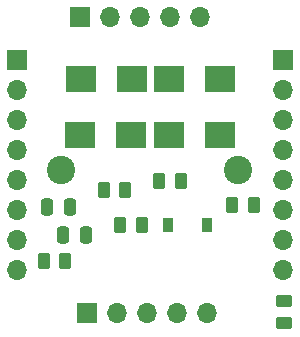
<source format=gts>
G04 #@! TF.GenerationSoftware,KiCad,Pcbnew,(6.0.11)*
G04 #@! TF.CreationDate,2025-06-06T09:56:58+01:00*
G04 #@! TF.ProjectId,PCB_Dongle_Linky,5043425f-446f-46e6-976c-655f4c696e6b,rev?*
G04 #@! TF.SameCoordinates,Original*
G04 #@! TF.FileFunction,Soldermask,Top*
G04 #@! TF.FilePolarity,Negative*
%FSLAX46Y46*%
G04 Gerber Fmt 4.6, Leading zero omitted, Abs format (unit mm)*
G04 Created by KiCad (PCBNEW (6.0.11)) date 2025-06-06 09:56:58*
%MOMM*%
%LPD*%
G01*
G04 APERTURE LIST*
G04 Aperture macros list*
%AMRoundRect*
0 Rectangle with rounded corners*
0 $1 Rounding radius*
0 $2 $3 $4 $5 $6 $7 $8 $9 X,Y pos of 4 corners*
0 Add a 4 corners polygon primitive as box body*
4,1,4,$2,$3,$4,$5,$6,$7,$8,$9,$2,$3,0*
0 Add four circle primitives for the rounded corners*
1,1,$1+$1,$2,$3*
1,1,$1+$1,$4,$5*
1,1,$1+$1,$6,$7*
1,1,$1+$1,$8,$9*
0 Add four rect primitives between the rounded corners*
20,1,$1+$1,$2,$3,$4,$5,0*
20,1,$1+$1,$4,$5,$6,$7,0*
20,1,$1+$1,$6,$7,$8,$9,0*
20,1,$1+$1,$8,$9,$2,$3,0*%
G04 Aperture macros list end*
%ADD10RoundRect,0.250000X0.262500X0.450000X-0.262500X0.450000X-0.262500X-0.450000X0.262500X-0.450000X0*%
%ADD11RoundRect,0.250000X0.250000X0.475000X-0.250000X0.475000X-0.250000X-0.475000X0.250000X-0.475000X0*%
%ADD12R,2.500000X2.300000*%
%ADD13R,1.700000X1.700000*%
%ADD14O,1.700000X1.700000*%
%ADD15RoundRect,0.250000X-0.262500X-0.450000X0.262500X-0.450000X0.262500X0.450000X-0.262500X0.450000X0*%
%ADD16RoundRect,0.250000X-0.250000X-0.475000X0.250000X-0.475000X0.250000X0.475000X-0.250000X0.475000X0*%
%ADD17C,2.400000*%
%ADD18R,0.900000X1.200000*%
%ADD19RoundRect,0.250000X-0.450000X0.262500X-0.450000X-0.262500X0.450000X-0.262500X0.450000X0.262500X0*%
G04 APERTURE END LIST*
D10*
G04 #@! TO.C,R4*
X29162500Y-119000000D03*
X27337500Y-119000000D03*
G04 #@! TD*
D11*
G04 #@! TO.C,C2b0*
X25800000Y-122800000D03*
X23900000Y-122800000D03*
G04 #@! TD*
D12*
G04 #@! TO.C,D4*
X32850000Y-114350000D03*
X37150000Y-114350000D03*
G04 #@! TD*
G04 #@! TO.C,D1*
X25400000Y-109650000D03*
X29700000Y-109650000D03*
G04 #@! TD*
D13*
G04 #@! TO.C,J0*
X25275000Y-104400000D03*
D14*
X27815000Y-104400000D03*
X30355000Y-104400000D03*
X32895000Y-104400000D03*
X35435000Y-104400000D03*
G04 #@! TD*
D13*
G04 #@! TO.C,J2*
X42520000Y-108000000D03*
D14*
X42520000Y-110540000D03*
X42520000Y-113080000D03*
X42520000Y-115620000D03*
X42520000Y-118160000D03*
X42520000Y-120700000D03*
X42520000Y-123240000D03*
X42520000Y-125780000D03*
G04 #@! TD*
D13*
G04 #@! TO.C,J1*
X20000000Y-108000000D03*
D14*
X20000000Y-110540000D03*
X20000000Y-113080000D03*
X20000000Y-115620000D03*
X20000000Y-118160000D03*
X20000000Y-120700000D03*
X20000000Y-123240000D03*
X20000000Y-125780000D03*
G04 #@! TD*
D13*
G04 #@! TO.C,J4*
X25925000Y-129450000D03*
D14*
X28465000Y-129450000D03*
X31005000Y-129450000D03*
X33545000Y-129450000D03*
X36085000Y-129450000D03*
G04 #@! TD*
D15*
G04 #@! TO.C,R10*
X22237500Y-125000000D03*
X24062500Y-125000000D03*
G04 #@! TD*
D16*
G04 #@! TO.C,C2b1*
X22550000Y-120450000D03*
X24450000Y-120450000D03*
G04 #@! TD*
D12*
G04 #@! TO.C,D3*
X25350000Y-114350000D03*
X29650000Y-114350000D03*
G04 #@! TD*
D10*
G04 #@! TO.C,R5*
X33862500Y-118250000D03*
X32037500Y-118250000D03*
G04 #@! TD*
D17*
G04 #@! TO.C,C1*
X23700000Y-117350000D03*
X38700000Y-117350000D03*
G04 #@! TD*
D15*
G04 #@! TO.C,R7*
X38187500Y-120300000D03*
X40012500Y-120300000D03*
G04 #@! TD*
D10*
G04 #@! TO.C,R6*
X30562500Y-121950000D03*
X28737500Y-121950000D03*
G04 #@! TD*
D18*
G04 #@! TO.C,DZ1*
X32800000Y-122000000D03*
X36100000Y-122000000D03*
G04 #@! TD*
D19*
G04 #@! TO.C,R8*
X42550000Y-128437500D03*
X42550000Y-130262500D03*
G04 #@! TD*
D12*
G04 #@! TO.C,D2*
X32850000Y-109650000D03*
X37150000Y-109650000D03*
G04 #@! TD*
M02*

</source>
